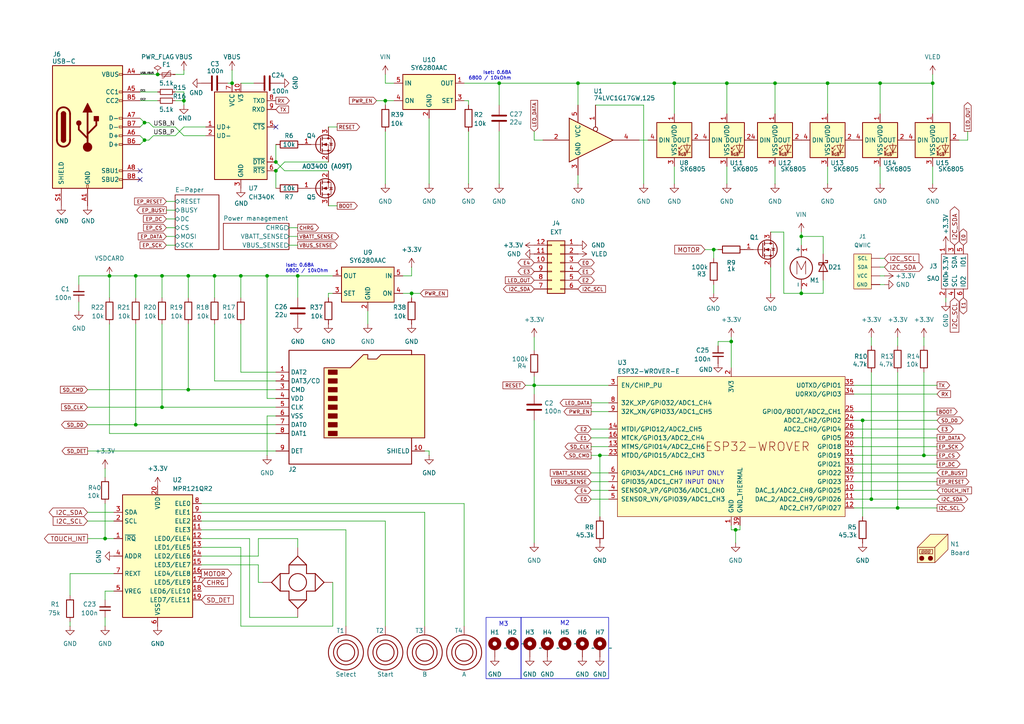
<source format=kicad_sch>
(kicad_sch (version 20231120) (generator "eeschema") (generator_version "8.0")
  (paper "A4")
  (title_block (title "TSJA badge") (date "2024-12-06") (rev "1.0") (company "Nicolai Electronics") (comment 1 "License: CERN Open Hardware Licence Version 2 - Permissive"))
  (junction (at 154.94 111.76))
  (junction (at 53.34 29.21))
  (junction (at 240.03 24.13))
  (junction (at 232.41 85.09))
  (junction (at 62.23 80.01))
  (junction (at 41.91 35.56))
  (junction (at 119.38 85.09))
  (junction (at 39.37 123.19))
  (junction (at 213.36 153.67))
  (junction (at 77.47 80.01))
  (junction (at 167.64 24.13))
  (junction (at 31.75 80.01))
  (junction (at 54.61 113.03))
  (junction (at 267.97 132.08))
  (junction (at 30.48 156.21))
  (junction (at 210.82 24.13))
  (junction (at 255.27 24.13))
  (junction (at 54.61 80.01))
  (junction (at 111.76 29.21))
  (junction (at 173.99 132.08))
  (junction (at 45.72 21.59))
  (junction (at 67.31 24.13))
  (junction (at 224.79 24.13))
  (junction (at 250.19 121.92))
  (junction (at 80.01 49.53))
  (junction (at 86.36 80.01))
  (junction (at 46.99 118.11))
  (junction (at 270.51 24.13))
  (junction (at 41.91 40.64))
  (junction (at 252.73 144.78))
  (junction (at 69.85 80.01))
  (junction (at 212.09 99.06))
  (junction (at 144.78 24.13))
  (junction (at 207.01 72.39))
  (junction (at 260.35 147.32))
  (junction (at 195.58 24.13))
  (junction (at 39.37 80.01))
  (junction (at 46.99 80.01))
  (junction (at 80.01 46.99))
  (junction (at 232.41 68.58))
  (no_connect (at 80.01 36.83))
  (no_connect (at 40.64 52.07))
  (no_connect (at 40.64 49.53))
  (wire (pts (xy 50.8 29.21) (xy 53.34 29.21)))
  (wire (pts (xy 154.94 38.1) (xy 154.94 40.64)))
  (wire (pts (xy 58.42 156.21) (xy 72.39 156.21)))
  (wire (pts (xy 62.23 110.49) (xy 80.01 110.49)))
  (wire (pts (xy 72.39 179.07) (xy 86.36 179.07)))
  (wire (pts (xy 171.45 119.38) (xy 176.53 119.38)))
  (wire (pts (xy 80.01 49.53) (xy 80.01 54.61)))
  (wire (pts (xy 212.09 99.06) (xy 212.09 106.68)))
  (wire (pts (xy 31.75 93.98) (xy 31.75 125.73)))
  (wire (pts (xy 72.39 156.21) (xy 72.39 179.07)))
  (wire (pts (xy 213.36 153.67) (xy 214.63 153.67)))
  (wire (pts (xy 53.34 29.21) (xy 53.34 26.67)))
  (wire (pts (xy 30.48 171.45) (xy 33.02 171.45)))
  (wire (pts (xy 247.65 127) (xy 271.78 127)))
  (wire (pts (xy 54.61 80.01) (xy 54.61 86.36)))
  (wire (pts (xy 260.35 100.33) (xy 260.35 97.79)))
  (wire (pts (xy 83.82 68.58) (xy 86.36 68.58)))
  (wire (pts (xy 260.35 107.95) (xy 260.35 147.32)))
  (wire (pts (xy 48.26 66.04) (xy 50.8 66.04)))
  (wire (pts (xy 208.28 99.06) (xy 208.28 100.33)))
  (wire (pts (xy 204.47 72.39) (xy 207.01 72.39)))
  (wire (pts (xy 82.55 46.99) (xy 95.25 46.99)))
  (wire (pts (xy 74.93 168.91) (xy 76.2 168.91)))
  (wire (pts (xy 214.63 152.4) (xy 214.63 153.67)))
  (wire (pts (xy 171.45 129.54) (xy 176.53 129.54)))
  (wire (pts (xy 44.45 39.37) (xy 43.18 40.64)))
  (wire (pts (xy 46.99 118.11) (xy 80.01 118.11)))
  (wire (pts (xy 106.68 93.98) (xy 106.68 90.17)))
  (wire (pts (xy 247.65 147.32) (xy 260.35 147.32)))
  (wire (pts (xy 59.69 36.83) (xy 53.34 36.83)))
  (wire (pts (xy 25.4 130.81) (xy 80.01 130.81)))
  (wire (pts (xy 154.94 111.76) (xy 176.53 111.76)))
  (wire (pts (xy 172.72 30.48) (xy 186.69 30.48)))
  (wire (pts (xy 171.45 127) (xy 176.53 127)))
  (wire (pts (xy 144.78 30.48) (xy 144.78 24.13)))
  (wire (pts (xy 152.4 111.76) (xy 154.94 111.76)))
  (wire (pts (xy 22.86 80.01) (xy 31.75 80.01)))
  (wire (pts (xy 66.04 24.13) (xy 67.31 24.13)))
  (wire (pts (xy 213.36 157.48) (xy 213.36 153.67)))
  (wire (pts (xy 207.01 85.09) (xy 207.01 82.55)))
  (wire (pts (xy 111.76 24.13) (xy 111.76 21.59)))
  (wire (pts (xy 119.38 80.01) (xy 119.38 77.47)))
  (wire (pts (xy 247.65 144.78) (xy 252.73 144.78)))
  (wire (pts (xy 54.61 93.98) (xy 54.61 113.03)))
  (wire (pts (xy 252.73 100.33) (xy 252.73 97.79)))
  (wire (pts (xy 69.85 158.75) (xy 69.85 181.61)))
  (wire (pts (xy 44.45 36.83) (xy 43.18 35.56)))
  (wire (pts (xy 53.34 21.59) (xy 50.8 21.59)))
  (wire (pts (xy 195.58 24.13) (xy 195.58 33.02)))
  (wire (pts (xy 25.4 123.19) (xy 39.37 123.19)))
  (wire (pts (xy 114.3 29.21) (xy 111.76 29.21)))
  (wire (pts (xy 54.61 80.01) (xy 62.23 80.01)))
  (wire (pts (xy 62.23 93.98) (xy 62.23 110.49)))
  (wire (pts (xy 46.99 80.01) (xy 54.61 80.01)))
  (wire (pts (xy 58.42 161.29) (xy 74.93 161.29)))
  (wire (pts (xy 31.75 80.01) (xy 31.75 86.36)))
  (wire (pts (xy 154.94 40.64) (xy 157.48 40.64)))
  (wire (pts (xy 247.65 137.16) (xy 271.78 137.16)))
  (wire (pts (xy 171.45 132.08) (xy 173.99 132.08)))
  (wire (pts (xy 280.67 38.1) (xy 280.67 40.64)))
  (wire (pts (xy 154.94 111.76) (xy 154.94 114.3)))
  (wire (pts (xy 80.01 46.99) (xy 80.01 41.91)))
  (wire (pts (xy 40.64 29.21) (xy 45.72 29.21)))
  (wire (pts (xy 48.26 71.12) (xy 50.8 71.12)))
  (wire (pts (xy 82.55 49.53) (xy 95.25 49.53)))
  (wire (pts (xy 62.23 80.01) (xy 62.23 86.36)))
  (wire (pts (xy 232.41 85.09) (xy 227.33 85.09)))
  (wire (pts (xy 250.19 121.92) (xy 250.19 149.86)))
  (wire (pts (xy 53.34 29.21) (xy 53.34 30.48)))
  (wire (pts (xy 238.76 73.66) (xy 238.76 68.58)))
  (wire (pts (xy 58.42 158.75) (xy 69.85 158.75)))
  (wire (pts (xy 238.76 85.09) (xy 238.76 81.28)))
  (wire (pts (xy 227.33 67.31) (xy 223.52 67.31)))
  (wire (pts (xy 20.32 166.37) (xy 20.32 172.72)))
  (wire (pts (xy 173.99 132.08) (xy 176.53 132.08)))
  (wire (pts (xy 74.93 163.83) (xy 74.93 168.91)))
  (wire (pts (xy 58.42 146.05) (xy 134.62 146.05)))
  (wire (pts (xy 135.89 38.1) (xy 135.89 53.34)))
  (wire (pts (xy 77.47 80.01) (xy 77.47 115.57)))
  (wire (pts (xy 96.52 85.09) (xy 95.25 85.09)))
  (wire (pts (xy 20.32 180.34) (xy 20.32 181.61)))
  (wire (pts (xy 240.03 24.13) (xy 240.03 33.02)))
  (wire (pts (xy 77.47 80.01) (xy 86.36 80.01)))
  (wire (pts (xy 96.52 168.91) (xy 96.52 181.61)))
  (wire (pts (xy 119.38 85.09) (xy 121.92 85.09)))
  (wire (pts (xy 40.64 21.59) (xy 45.72 21.59)))
  (wire (pts (xy 195.58 24.13) (xy 210.82 24.13)))
  (wire (pts (xy 95.25 85.09) (xy 95.25 86.36)))
  (wire (pts (xy 39.37 123.19) (xy 80.01 123.19)))
  (wire (pts (xy 213.36 153.67) (xy 212.09 153.67)))
  (wire (pts (xy 238.76 68.58) (xy 232.41 68.58)))
  (wire (pts (xy 22.86 90.17) (xy 22.86 87.63)))
  (wire (pts (xy 39.37 80.01) (xy 46.99 80.01)))
  (wire (pts (xy 111.76 29.21) (xy 109.22 29.21)))
  (wire (pts (xy 25.4 113.03) (xy 54.61 113.03)))
  (wire (pts (xy 171.45 142.24) (xy 176.53 142.24)))
  (wire (pts (xy 134.62 146.05) (xy 134.62 181.61)))
  (wire (pts (xy 77.47 115.57) (xy 80.01 115.57)))
  (wire (pts (xy 171.45 139.7) (xy 176.53 139.7)))
  (wire (pts (xy 40.64 26.67) (xy 45.72 26.67)))
  (wire (pts (xy 195.58 53.34) (xy 195.58 48.26)))
  (wire (pts (xy 171.45 144.78) (xy 176.53 144.78)))
  (wire (pts (xy 53.34 36.83) (xy 50.8 39.37)))
  (wire (pts (xy 83.82 66.04) (xy 86.36 66.04)))
  (wire (pts (xy 217.17 40.64) (xy 218.44 40.64)))
  (wire (pts (xy 247.65 142.24) (xy 271.78 142.24)))
  (wire (pts (xy 83.82 71.12) (xy 86.36 71.12)))
  (wire (pts (xy 270.51 24.13) (xy 270.51 33.02)))
  (wire (pts (xy 224.79 24.13) (xy 240.03 24.13)))
  (wire (pts (xy 22.86 80.01) (xy 22.86 82.55)))
  (wire (pts (xy 69.85 80.01) (xy 77.47 80.01)))
  (wire (pts (xy 167.64 24.13) (xy 167.64 30.48)))
  (wire (pts (xy 69.85 24.13) (xy 73.66 24.13)))
  (wire (pts (xy 48.26 60.96) (xy 50.8 60.96)))
  (wire (pts (xy 240.03 24.13) (xy 255.27 24.13)))
  (wire (pts (xy 30.48 156.21) (xy 33.02 156.21)))
  (wire (pts (xy 97.79 36.83) (xy 95.25 36.83)))
  (wire (pts (xy 30.48 171.45) (xy 30.48 173.99)))
  (wire (pts (xy 96.52 80.01) (xy 86.36 80.01)))
  (wire (pts (xy 227.33 85.09) (xy 227.33 67.31)))
  (wire (pts (xy 30.48 179.07) (xy 30.48 181.61)))
  (wire (pts (xy 171.45 137.16) (xy 176.53 137.16)))
  (wire (pts (xy 267.97 132.08) (xy 271.78 132.08)))
  (wire (pts (xy 135.89 29.21) (xy 135.89 30.48)))
  (wire (pts (xy 256.54 82.55) (xy 255.27 82.55)))
  (wire (pts (xy 25.4 148.59) (xy 33.02 148.59)))
  (wire (pts (xy 30.48 135.89) (xy 30.48 138.43)))
  (wire (pts (xy 240.03 53.34) (xy 240.03 48.26)))
  (wire (pts (xy 207.01 72.39) (xy 207.01 74.93)))
  (wire (pts (xy 41.91 40.64) (xy 40.64 39.37)))
  (wire (pts (xy 59.69 39.37) (xy 53.34 39.37)))
  (wire (pts (xy 154.94 121.92) (xy 154.94 157.48)))
  (wire (pts (xy 31.75 125.73) (xy 80.01 125.73)))
  (wire (pts (xy 97.79 59.69) (xy 95.25 59.69)))
  (wire (pts (xy 167.64 24.13) (xy 195.58 24.13)))
  (wire (pts (xy 212.09 97.79) (xy 212.09 99.06)))
  (wire (pts (xy 58.42 148.59) (xy 123.19 148.59)))
  (wire (pts (xy 247.65 134.62) (xy 271.78 134.62)))
  (wire (pts (xy 171.45 124.46) (xy 176.53 124.46)))
  (wire (pts (xy 48.26 68.58) (xy 50.8 68.58)))
  (wire (pts (xy 31.75 80.01) (xy 39.37 80.01)))
  (wire (pts (xy 232.41 68.58) (xy 232.41 71.12)))
  (wire (pts (xy 124.46 34.29) (xy 124.46 53.34)))
  (wire (pts (xy 48.26 63.5) (xy 50.8 63.5)))
  (wire (pts (xy 252.73 107.95) (xy 252.73 144.78)))
  (wire (pts (xy 210.82 53.34) (xy 210.82 48.26)))
  (wire (pts (xy 77.47 120.65) (xy 77.47 132.08)))
  (wire (pts (xy 267.97 97.79) (xy 267.97 100.33)))
  (wire (pts (xy 247.65 121.92) (xy 250.19 121.92)))
  (wire (pts (xy 62.23 80.01) (xy 69.85 80.01)))
  (wire (pts (xy 255.27 74.93) (xy 256.54 74.93)))
  (wire (pts (xy 210.82 24.13) (xy 224.79 24.13)))
  (wire (pts (xy 208.28 99.06) (xy 212.09 99.06)))
  (wire (pts (xy 255.27 53.34) (xy 255.27 48.26)))
  (wire (pts (xy 111.76 151.13) (xy 111.76 181.61)))
  (wire (pts (xy 232.41 83.82) (xy 232.41 85.09)))
  (wire (pts (xy 271.78 124.46) (xy 247.65 124.46)))
  (wire (pts (xy 41.91 35.56) (xy 40.64 34.29)))
  (wire (pts (xy 171.45 116.84) (xy 176.53 116.84)))
  (wire (pts (xy 124.46 130.81) (xy 124.46 132.08)))
  (wire (pts (xy 116.84 80.01) (xy 119.38 80.01)))
  (wire (pts (xy 86.36 156.21) (xy 86.36 158.75)))
  (wire (pts (xy 100.33 153.67) (xy 100.33 181.61)))
  (wire (pts (xy 232.41 67.31) (xy 232.41 68.58)))
  (wire (pts (xy 41.91 40.64) (xy 43.18 40.64)))
  (wire (pts (xy 224.79 53.34) (xy 224.79 48.26)))
  (wire (pts (xy 123.19 148.59) (xy 123.19 181.61)))
  (wire (pts (xy 25.4 156.21) (xy 30.48 156.21)))
  (wire (pts (xy 43.18 35.56) (xy 41.91 35.56)))
  (wire (pts (xy 69.85 93.98) (xy 69.85 107.95)))
  (wire (pts (xy 69.85 181.61) (xy 96.52 181.61)))
  (wire (pts (xy 252.73 144.78) (xy 271.78 144.78)))
  (wire (pts (xy 58.42 163.83) (xy 74.93 163.83)))
  (wire (pts (xy 271.78 111.76) (xy 247.65 111.76)))
  (wire (pts (xy 224.79 24.13) (xy 224.79 33.02)))
  (wire (pts (xy 69.85 80.01) (xy 69.85 86.36)))
  (wire (pts (xy 186.69 30.48) (xy 186.69 53.34)))
  (wire (pts (xy 80.01 46.99) (xy 82.55 49.53)))
  (wire (pts (xy 144.78 24.13) (xy 167.64 24.13)))
  (wire (pts (xy 247.65 129.54) (xy 271.78 129.54)))
  (wire (pts (xy 53.34 26.67) (xy 50.8 26.67)))
  (wire (pts (xy 232.41 85.09) (xy 238.76 85.09)))
  (wire (pts (xy 154.94 97.79) (xy 154.94 101.6)))
  (wire (pts (xy 69.85 107.95) (xy 80.01 107.95)))
  (wire (pts (xy 53.34 20.32) (xy 53.34 21.59)))
  (wire (pts (xy 20.32 166.37) (xy 33.02 166.37)))
  (wire (pts (xy 144.78 38.1) (xy 144.78 53.34)))
  (wire (pts (xy 50.8 39.37) (xy 44.45 39.37)))
  (wire (pts (xy 41.91 40.64) (xy 40.64 41.91)))
  (wire (pts (xy 274.32 86.36) (xy 274.32 87.63)))
  (wire (pts (xy 77.47 120.65) (xy 80.01 120.65)))
  (wire (pts (xy 111.76 38.1) (xy 111.76 53.34)))
  (wire (pts (xy 114.3 24.13) (xy 111.76 24.13)))
  (wire (pts (xy 247.65 139.7) (xy 271.78 139.7)))
  (wire (pts (xy 123.19 130.81) (xy 124.46 130.81)))
  (wire (pts (xy 44.45 36.83) (xy 50.8 36.83)))
  (wire (pts (xy 270.51 21.59) (xy 270.51 24.13)))
  (wire (pts (xy 247.65 119.38) (xy 271.78 119.38)))
  (wire (pts (xy 25.4 151.13) (xy 33.02 151.13)))
  (wire (pts (xy 74.93 156.21) (xy 74.93 161.29)))
  (wire (pts (xy 134.62 24.13) (xy 144.78 24.13)))
  (wire (pts (xy 250.19 121.92) (xy 271.78 121.92)))
  (wire (pts (xy 39.37 93.98) (xy 39.37 123.19)))
  (wire (pts (xy 25.4 118.11) (xy 46.99 118.11)))
  (wire (pts (xy 271.78 114.3) (xy 247.65 114.3)))
  (wire (pts (xy 267.97 107.95) (xy 267.97 132.08)))
  (wire (pts (xy 185.42 40.64) (xy 187.96 40.64)))
  (wire (pts (xy 74.93 156.21) (xy 86.36 156.21)))
  (wire (pts (xy 58.42 153.67) (xy 100.33 153.67)))
  (wire (pts (xy 46.99 80.01) (xy 46.99 86.36)))
  (wire (pts (xy 67.31 20.32) (xy 67.31 24.13)))
  (wire (pts (xy 247.65 132.08) (xy 267.97 132.08)))
  (wire (pts (xy 50.8 36.83) (xy 53.34 39.37)))
  (wire (pts (xy 154.94 109.22) (xy 154.94 111.76)))
  (wire (pts (xy 223.52 77.47) (xy 223.52 85.09)))
  (wire (pts (xy 111.76 30.48) (xy 111.76 29.21)))
  (wire (pts (xy 255.27 80.01) (xy 256.54 80.01)))
  (wire (pts (xy 256.54 77.47) (xy 255.27 77.47)))
  (wire (pts (xy 39.37 80.01) (xy 39.37 86.36)))
  (wire (pts (xy 278.13 40.64) (xy 280.67 40.64)))
  (wire (pts (xy 41.91 35.56) (xy 40.64 36.83)))
  (wire (pts (xy 210.82 24.13) (xy 210.82 33.02)))
  (wire (pts (xy 255.27 24.13) (xy 255.27 33.02)))
  (wire (pts (xy 173.99 132.08) (xy 173.99 149.86)))
  (wire (pts (xy 58.42 151.13) (xy 111.76 151.13)))
  (wire (pts (xy 80.01 49.53) (xy 82.55 46.99)))
  (wire (pts (xy 260.35 147.32) (xy 271.78 147.32)))
  (wire (pts (xy 167.64 53.34) (xy 167.64 50.8)))
  (wire (pts (xy 48.26 58.42) (xy 50.8 58.42)))
  (wire (pts (xy 255.27 24.13) (xy 270.51 24.13)))
  (wire (pts (xy 212.09 153.67) (xy 212.09 152.4)))
  (wire (pts (xy 134.62 29.21) (xy 135.89 29.21)))
  (wire (pts (xy 54.61 113.03) (xy 80.01 113.03)))
  (wire (pts (xy 86.36 86.36) (xy 86.36 80.01)))
  (wire (pts (xy 119.38 86.36) (xy 119.38 85.09)))
  (wire (pts (xy 46.99 93.98) (xy 46.99 118.11)))
  (wire (pts (xy 30.48 146.05) (xy 30.48 156.21)))
  (wire (pts (xy 116.84 85.09) (xy 119.38 85.09)))
  (wire (pts (xy 207.01 72.39) (xy 208.28 72.39)))
  (wire (pts (xy 270.51 53.34) (xy 270.51 48.26)))
  (rectangle (start 151.13 179.07) (end 176.53 196.85))
  (rectangle (start 140.97 179.07) (end 151.13 196.85))
  (text "Iset: 0.68A\n6800 / 10kOhm" (at 82.804 79.248 0) (effects (font (size 0.9906 0.9906)) (justify left bottom)))
  (text "M3" (at 146.05 181.102 0) (effects (font (size 1.27 1.27))))
  (text "M2" (at 163.83 180.848 0) (effects (font (size 1.27 1.27))))
  (text "Iset: 0.68A\n6800 / 10kOhm" (at 148.336 23.368 0) (effects (font (size 0.9906 0.9906)) (justify right bottom)))
  (text "INPUT ONLY" (at 198.628 137.414 0) (effects (font (size 1.27 1.27)) (justify left)))
  (text "INPUT ONLY" (at 198.628 139.954 0) (effects (font (size 1.27 1.27)) (justify left)))
  (label "CC1" (at 40.64 26.67 0) (effects (font (size 0.508 0.508))))
  (label "USB_P" (at 44.45 39.37 0))
  (label "USB_N" (at 44.45 36.83 0))
  (label "CC2" (at 40.64 29.21 0) (effects (font (size 0.508 0.508))))
  (label "USB_VBUS" (at 40.64 21.59 0) (effects (font (size 0.508 0.508))))
  (global_label "E4" (shape bidirectional) (at 171.45 142.24 180) (effects (font (size 1.016 1.016))) (property "Intersheetrefs" "${INTERSHEET_REFS}" (effects (hide yes))))
  (global_label "RESET" (shape input) (at 152.4 111.76 180) (effects (font (size 1.016 1.016))) (property "Intersheetrefs" "${INTERSHEET_REFS}" (effects (hide yes))))
  (global_label "E2" (shape bidirectional) (at 167.64 81.28 0) (effects (font (size 1.016 1.016))) (property "Intersheetrefs" "${INTERSHEET_REFS}" (effects (hide yes))))
  (global_label "EP_DC" (shape output) (at 271.78 134.62 0) (effects (font (size 1.016 1.016))) (property "Intersheetrefs" "${INTERSHEET_REFS}" (effects (hide yes))))
  (global_label "I2C_SDA" (shape bidirectional) (at 154.94 83.82 180) (effects (font (size 1.016 1.016))) (property "Intersheetrefs" "${INTERSHEET_REFS}" (effects (hide yes))))
  (global_label "BOOT" (shape output) (at 97.79 59.69 0) (effects (font (size 1.016 1.016))) (property "Intersheetrefs" "${INTERSHEET_REFS}" (effects (hide yes))))
  (global_label "MOTOR" (shape input) (at 204.47 72.39 180) (property "Intersheetrefs" "${INTERSHEET_REFS}" (effects (hide yes))))
  (global_label "EP_BUSY" (shape input) (at 271.78 137.16 0) (effects (font (size 1.016 1.016))) (property "Intersheetrefs" "${INTERSHEET_REFS}" (effects (hide yes))))
  (global_label "SD_CLK" (shape output) (at 171.45 129.54 180) (effects (font (size 1.016 1.016))) (property "Intersheetrefs" "${INTERSHEET_REFS}" (effects (hide yes))))
  (global_label "SD_DET" (shape output) (at 25.4 130.81 180) (effects (font (size 1.016 1.016))) (property "Intersheetrefs" "${INTERSHEET_REFS}" (effects (hide yes))))
  (global_label "SD_DET" (shape input) (at 58.42 173.99 0) (property "Intersheetrefs" "${INTERSHEET_REFS}" (effects (hide yes))))
  (global_label "PWR_EN" (shape input) (at 121.92 85.09 0) (effects (font (size 1.016 1.016))) (property "Intersheetrefs" "${INTERSHEET_REFS}" (effects (hide yes))))
  (global_label "E0" (shape bidirectional) (at 167.64 76.2 0) (effects (font (size 1.016 1.016))) (property "Intersheetrefs" "${INTERSHEET_REFS}" (effects (hide yes))))
  (global_label "EP_RESET" (shape input) (at 48.26 58.42 180) (effects (font (size 1.016 1.016))) (property "Intersheetrefs" "${INTERSHEET_REFS}" (effects (hide yes))))
  (global_label "EP_SCK" (shape input) (at 48.26 71.12 180) (effects (font (size 1.016 1.016))) (property "Intersheetrefs" "${INTERSHEET_REFS}" (effects (hide yes))))
  (global_label "I2C_SCL" (shape input) (at 25.4 151.13 180) (property "Intersheetrefs" "${INTERSHEET_REFS}" (effects (hide yes))))
  (global_label "PWR_EN" (shape input) (at 109.22 29.21 180) (effects (font (size 1.016 1.016))) (property "Intersheetrefs" "${INTERSHEET_REFS}" (effects (hide yes))))
  (global_label "VBATT_SENSE" (shape output) (at 86.36 68.58 0) (effects (font (size 1.016 1.016))) (property "Intersheetrefs" "${INTERSHEET_REFS}" (effects (hide yes))))
  (global_label "TOUCH_INT" (shape input) (at 271.78 142.24 0) (effects (font (size 1.016 1.016))) (property "Intersheetrefs" "${INTERSHEET_REFS}" (effects (hide yes))))
  (global_label "E1" (shape bidirectional) (at 279.4 86.36 270) (effects (font (size 1.016 1.016))) (property "Intersheetrefs" "${INTERSHEET_REFS}" (effects (hide yes))))
  (global_label "RX" (shape output) (at 80.01 29.21 0) (effects (font (size 1.016 1.016))) (property "Intersheetrefs" "${INTERSHEET_REFS}" (effects (hide yes))))
  (global_label "VBATT_SENSE" (shape input) (at 171.45 137.16 180) (effects (font (size 1.016 1.016))) (property "Intersheetrefs" "${INTERSHEET_REFS}" (effects (hide yes))))
  (global_label "SD_D0" (shape bidirectional) (at 271.78 121.92 0) (effects (font (size 1.016 1.016))) (property "Intersheetrefs" "${INTERSHEET_REFS}" (effects (hide yes))))
  (global_label "E3" (shape bidirectional) (at 154.94 78.74 180) (effects (font (size 1.016 1.016))) (property "Intersheetrefs" "${INTERSHEET_REFS}" (effects (hide yes))))
  (global_label "I2C_SCL" (shape input) (at 276.86 86.36 270) (property "Intersheetrefs" "${INTERSHEET_REFS}" (effects (hide yes))))
  (global_label "EP_SCK" (shape output) (at 271.78 129.54 0) (effects (font (size 1.016 1.016))) (property "Intersheetrefs" "${INTERSHEET_REFS}" (effects (hide yes))))
  (global_label "I2C_SDA" (shape bidirectional) (at 256.54 77.47 0) (property "Intersheetrefs" "${INTERSHEET_REFS}" (effects (hide yes))))
  (global_label "LED_OUT" (shape output) (at 280.67 38.1 90) (effects (font (size 1.016 1.016))) (property "Intersheetrefs" "${INTERSHEET_REFS}" (effects (hide yes))))
  (global_label "SD_CLK" (shape input) (at 25.4 118.11 180) (effects (font (size 1.016 1.016))) (property "Intersheetrefs" "${INTERSHEET_REFS}" (effects (hide yes))))
  (global_label "BOOT" (shape output) (at 271.78 119.38 0) (effects (font (size 1.016 1.016))) (property "Intersheetrefs" "${INTERSHEET_REFS}" (effects (hide yes))))
  (global_label "I2C_SCL" (shape input) (at 167.64 83.82 0) (effects (font (size 1.016 1.016))) (property "Intersheetrefs" "${INTERSHEET_REFS}" (effects (hide yes))))
  (global_label "CHRG" (shape output) (at 86.36 66.04 0) (effects (font (size 1.016 1.016))) (property "Intersheetrefs" "${INTERSHEET_REFS}" (effects (hide yes))))
  (global_label "EP_CS" (shape output) (at 271.78 132.08 0) (effects (font (size 1.016 1.016))) (property "Intersheetrefs" "${INTERSHEET_REFS}" (effects (hide yes))))
  (global_label "TX" (shape input) (at 80.01 31.75 0) (effects (font (size 1.016 1.016))) (property "Intersheetrefs" "${INTERSHEET_REFS}" (effects (hide yes))))
  (global_label "EP_DATA" (shape output) (at 271.78 127 0) (effects (font (size 1.016 1.016))) (property "Intersheetrefs" "${INTERSHEET_REFS}" (effects (hide yes))))
  (global_label "I2C_SDA" (shape bidirectional) (at 25.4 148.59 180) (property "Intersheetrefs" "${INTERSHEET_REFS}" (effects (hide yes))))
  (global_label "VBUS_SENSE" (shape output) (at 86.36 71.12 0) (effects (font (size 1.016 1.016))) (property "Intersheetrefs" "${INTERSHEET_REFS}" (effects (hide yes))))
  (global_label "I2C_SCL" (shape input) (at 256.54 74.93 0) (property "Intersheetrefs" "${INTERSHEET_REFS}" (effects (hide yes))))
  (global_label "EP_DC" (shape input) (at 48.26 63.5 180) (effects (font (size 1.016 1.016))) (property "Intersheetrefs" "${INTERSHEET_REFS}" (effects (hide yes))))
  (global_label "I2C_SDA" (shape bidirectional) (at 271.78 144.78 0) (effects (font (size 1.016 1.016))) (property "Intersheetrefs" "${INTERSHEET_REFS}" (effects (hide yes))))
  (global_label "LED_DATA" (shape input) (at 154.94 38.1 90) (effects (font (size 1.016 1.016))) (property "Intersheetrefs" "${INTERSHEET_REFS}" (effects (hide yes))))
  (global_label "SD_CMD" (shape input) (at 25.4 113.03 180) (effects (font (size 1.016 1.016))) (property "Intersheetrefs" "${INTERSHEET_REFS}" (effects (hide yes))))
  (global_label "E3" (shape bidirectional) (at 271.78 124.46 0) (effects (font (size 1.016 1.016))) (property "Intersheetrefs" "${INTERSHEET_REFS}" (effects (hide yes))))
  (global_label "TX" (shape output) (at 271.78 111.76 0) (effects (font (size 1.016 1.016))) (property "Intersheetrefs" "${INTERSHEET_REFS}" (effects (hide yes))))
  (global_label "RX" (shape input) (at 271.78 114.3 0) (effects (font (size 1.016 1.016))) (property "Intersheetrefs" "${INTERSHEET_REFS}" (effects (hide yes))))
  (global_label "E4" (shape bidirectional) (at 154.94 76.2 180) (effects (font (size 1.016 1.016))) (property "Intersheetrefs" "${INTERSHEET_REFS}" (effects (hide yes))))
  (global_label "MOTOR" (shape output) (at 58.42 166.37 0) (property "Intersheetrefs" "${INTERSHEET_REFS}" (effects (hide yes))))
  (global_label "SD_CMD" (shape output) (at 171.45 132.08 180) (effects (font (size 1.016 1.016))) (property "Intersheetrefs" "${INTERSHEET_REFS}" (effects (hide yes))))
  (global_label "E0" (shape bidirectional) (at 279.4 71.12 90) (effects (font (size 1.016 1.016))) (property "Intersheetrefs" "${INTERSHEET_REFS}" (effects (hide yes))))
  (global_label "EP_CS" (shape input) (at 48.26 66.04 180) (effects (font (size 1.016 1.016))) (property "Intersheetrefs" "${INTERSHEET_REFS}" (effects (hide yes))))
  (global_label "I2C_SDA" (shape bidirectional) (at 276.86 71.12 90) (property "Intersheetrefs" "${INTERSHEET_REFS}" (effects (hide yes))))
  (global_label "TOUCH_INT" (shape output) (at 25.4 156.21 180) (property "Intersheetrefs" "${INTERSHEET_REFS}" (effects (hide yes))))
  (global_label "SD_D0" (shape bidirectional) (at 25.4 123.19 180) (effects (font (size 1.016 1.016))) (property "Intersheetrefs" "${INTERSHEET_REFS}" (effects (hide yes))))
  (global_label "CHRG" (shape input) (at 58.42 168.91 0) (property "Intersheetrefs" "${INTERSHEET_REFS}" (effects (hide yes))))
  (global_label "LED_OUT" (shape input) (at 154.94 81.28 180) (effects (font (size 1.016 1.016))) (property "Intersheetrefs" "${INTERSHEET_REFS}" (effects (hide yes))))
  (global_label "EP_DATA" (shape input) (at 48.26 68.58 180) (effects (font (size 1.016 1.016))) (property "Intersheetrefs" "${INTERSHEET_REFS}" (effects (hide yes))))
  (global_label "EP_RESET" (shape output) (at 271.78 139.7 0) (effects (font (size 1.016 1.016))) (property "Intersheetrefs" "${INTERSHEET_REFS}" (effects (hide yes))))
  (global_label "RESET" (shape output) (at 97.79 36.83 0) (effects (font (size 1.016 1.016))) (property "Intersheetrefs" "${INTERSHEET_REFS}" (effects (hide yes))))
  (global_label "VBUS_SENSE" (shape input) (at 171.45 139.7 180) (effects (font (size 1.016 1.016))) (property "Intersheetrefs" "${INTERSHEET_REFS}" (effects (hide yes))))
  (global_label "LED_DATA" (shape output) (at 171.45 116.84 180) (effects (font (size 1.016 1.016))) (property "Intersheetrefs" "${INTERSHEET_REFS}" (effects (hide yes))))
  (global_label "E1" (shape bidirectional) (at 167.64 78.74 0) (effects (font (size 1.016 1.016))) (property "Intersheetrefs" "${INTERSHEET_REFS}" (effects (hide yes))))
  (global_label "I2C_SCL" (shape output) (at 271.78 147.32 0) (effects (font (size 1.016 1.016))) (property "Intersheetrefs" "${INTERSHEET_REFS}" (effects (hide yes))))
  (global_label "E2" (shape bidirectional) (at 171.45 124.46 180) (effects (font (size 1.016 1.016))) (property "Intersheetrefs" "${INTERSHEET_REFS}" (effects (hide yes))))
  (global_label "E0" (shape bidirectional) (at 171.45 144.78 180) (effects (font (size 1.016 1.016))) (property "Intersheetrefs" "${INTERSHEET_REFS}" (effects (hide yes))))
  (global_label "PWR_EN" (shape output) (at 171.45 119.38 180) (effects (font (size 1.016 1.016))) (property "Intersheetrefs" "${INTERSHEET_REFS}" (effects (hide yes))))
  (global_label "EP_BUSY" (shape output) (at 48.26 60.96 180) (effects (font (size 1.016 1.016))) (property "Intersheetrefs" "${INTERSHEET_REFS}" (effects (hide yes))))
  (global_label "E1" (shape bidirectional) (at 171.45 127 180) (effects (font (size 1.016 1.016))) (property "Intersheetrefs" "${INTERSHEET_REFS}" (effects (hide yes))))
  (symbol (lib_id "symbols:USB_C_Receptacle_USB2.0-Connector") (at 25.4 36.83 0) (unit 1)
    (property "Reference" "J6" (at 16.51 15.748 0))
    (property "Value" "USB-C" (at 18.542 17.78 0))
    (property "Footprint" "library:USB_C_Receptacle_HRO_TYPE-C-31-M-12" (effects (hide yes)))
    (property "Datasheet" "https://datasheet.lcsc.com/lcsc/2108131730_Korean-Hroparts-Elec-TYPE-C-31-M-12_C165948.pdf" (effects (hide yes)))
    (property "LCSC" "C165948" (effects (hide yes)))
  )
  (symbol (lib_id "symbols2:GND") (at 25.4 59.69 0) (unit 1)
    (property "Reference" "#PWR032" (effects (hide yes)))
    (property "Value" "GND" (at 25.527 64.0842 0))
    (property "Description" "Power symbol creates a global label with name \"GND\" , ground" (effects (hide yes)))
  )
  (symbol (lib_id "symbols:R_Small-Device") (at 48.26 29.21 270) (unit 1)
    (property "Reference" "R16" (at 52.07 27.94 90))
    (property "Value" "5.1k" (at 48.26 31.75 90))
    (property "Footprint" "Resistor_SMD:R_0402_1005Metric" (effects (hide yes)))
    (property "Datasheet" "https://datasheet.lcsc.com/lcsc/2308241947_FOJAN-FRC0805J512TS_C2930296.pdf" (effects (hide yes)))
  )
  (symbol (lib_id "symbols:R_Small-Device") (at 48.26 26.67 270) (unit 1)
    (property "Reference" "R15" (at 52.07 25.4 90))
    (property "Value" "5.1k" (at 48.26 24.13 90))
    (property "Footprint" "Resistor_SMD:R_0402_1005Metric" (effects (hide yes)))
    (property "Datasheet" "https://datasheet.lcsc.com/lcsc/2308241947_FOJAN-FRC0805J512TS_C2930296.pdf" (effects (hide yes)))
  )
  (symbol (lib_id "symbols2:GND") (at 53.34 30.48 0) (unit 1)
    (property "Reference" "#PWR022" (effects (hide yes)))
    (property "Value" "GND" (at 53.594 34.29 0))
    (property "Description" "Power symbol creates a global label with name \"GND\" , ground" (effects (hide yes)))
  )
  (symbol (lib_id "symbols2:GND") (at 17.78 59.69 0) (unit 1)
    (property "Reference" "#PWR033" (effects (hide yes)))
    (property "Value" "GND" (at 17.907 64.0842 0))
    (property "Description" "Power symbol creates a global label with name \"GND\" , ground" (effects (hide yes)))
  )
  (symbol (lib_id "symbols:Polyfuse_Small-Device") (at 48.26 21.59 270) (unit 1)
    (property "Reference" "F1" (at 48.26 18.7198 90))
    (property "Value" "1A" (effects (hide yes)))
    (property "Footprint" "library:Fuse_0805_2012Metric" (effects (hide yes)))
    (property "Datasheet" "https://datasheet.lcsc.com/lcsc/1810161745_Brightking-Elec--TAIWAN-SMD0805B110TF_C269107.pdf" (effects (hide yes)))
    (property "LCSC" "C269107" (effects (hide yes)))
  )
  (symbol (lib_id "power:+3.3V") (at 45.72 140.97 0) (unit 1)
    (property "Reference" "#PWR037" (effects (hide yes)))
    (property "Value" "+3.3V" (at 45.72 135.89 0))
    (property "Description" "Power symbol creates a global label with name \"+3.3V\"" (effects (hide yes)))
  )
  (symbol (lib_id "power:GND") (at 224.79 53.34 0) (unit 1)
    (property "Reference" "#PWR017" (effects (hide yes)))
    (property "Value" "GND" (at 224.79 58.42 0))
    (property "Description" "Power symbol creates a global label with name \"GND\" , ground" (effects (hide yes)))
  )
  (symbol (lib_id "power:GND") (at 143.51 190.5 0) (unit 1)
    (property "Reference" "#PWR01" (effects (hide yes)))
    (property "Value" "GND" (at 143.51 195.58 0))
    (property "Description" "Power symbol creates a global label with name \"GND\" , ground" (effects (hide yes)))
  )
  (symbol (lib_id "power:+3.3V") (at 167.64 73.66 270) (unit 1)
    (property "Reference" "#PWR0108" (effects (hide yes)))
    (property "Value" "VLED" (at 171.45 73.6599 90) (effects (justify left)))
  )
  (symbol (lib_id "mch2021-rescue:R-Device") (at 250.19 153.67 0) (unit 1)
    (property "Reference" "R5" (at 247.142 152.908 0))
    (property "Value" "45.3k" (at 245.872 155.194 0))
    (property "Footprint" "Resistor_SMD:R_0402_1005Metric" (effects (hide yes)))
    (property "Datasheet" "https://datasheet.lcsc.com/lcsc/2110260130_UNI-ROYAL-Uniroyal-Elec-0402WGF4532TCE_C26980.pdf" (effects (hide yes)))
    (property "LCSC" "C26980" (effects (hide yes)))
  )
  (symbol (lib_id "power:VBUS") (at 232.41 67.31 0) (unit 1)
    (property "Reference" "#PWR06" (effects (hide yes)))
    (property "Value" "VIN" (at 232.41 62.23 0))
  )
  (symbol (lib_id "power:+3.3V") (at 119.38 77.47 0) (unit 1)
    (property "Reference" "#PWR010" (effects (hide yes)))
    (property "Value" "+3.3V" (at 119.38 72.39 0))
    (property "Description" "Power symbol creates a global label with name \"+3.3V\"" (effects (hide yes)))
  )
  (symbol (lib_id "library:TOUCHSELECT") (at 134.62 189.23 270) (unit 1)
    (property "Reference" "T4" (at 131.826 183.642 90) (effects (justify left bottom)))
    (property "Value" "A" (at 134.62 195.58 90))
    (property "Footprint" "library:TOUCH_BUTTON" (effects (hide yes)))
  )
  (symbol (lib_id "Transistor_FET:DMN2050L") (at 92.71 41.91 0) (unit 1)
    (property "Reference" "Q4" (at 88.9 39.37 0) (effects (justify left)))
    (property "Value" "AO3400 (A09T)" (at 87.63 48.26 0) (effects (justify left)))
    (property "Footprint" "Package_TO_SOT_SMD:SOT-23" (effects (hide yes)))
    (property "Datasheet" "http://www.aosmd.com/pdfs/datasheet/ao3400.pdf" (effects (hide yes)))
    (property "LCSC" "C2938367" (effects (hide yes)))
  )
  (symbol (lib_id "symbols2:GND") (at 274.32 87.63 0) (unit 1)
    (property "Reference" "#PWR09" (effects (hide yes)))
    (property "Value" "GND" (at 274.32 92.964 90))
    (property "Description" "Power symbol creates a global label with name \"GND\" , ground" (effects (hide yes)))
  )
  (symbol (lib_id "mch2021-rescue:R-Device") (at 31.75 90.17 0) (unit 1)
    (property "Reference" "R22" (at 30.226 89.154 0) (effects (justify right)))
    (property "Value" "10k" (at 30.226 91.694 0) (effects (justify right)))
    (property "Footprint" "Resistor_SMD:R_0402_1005Metric" (effects (hide yes)))
  )
  (symbol (lib_id "symbols:R") (at 207.01 78.74 180) (unit 1)
    (property "Reference" "R3" (at 203.454 79.502 0))
    (property "Value" "100k" (at 202.946 77.47 0))
    (property "Footprint" "Resistor_SMD:R_0402_1005Metric" (effects (hide yes)))
    (property "Datasheet" "https://datasheet.lcsc.com/lcsc/2308241947_FOJAN-FRC0805J104-TS_C2907293.pdf" (effects (hide yes)))
  )
  (symbol (lib_id "power:+3.3V") (at 212.09 97.79 0) (unit 1)
    (property "Reference" "#PWR014" (effects (hide yes)))
    (property "Value" "+3.3V" (at 212.09 92.71 0))
    (property "Description" "Power symbol creates a global label with name \"+3.3V\"" (effects (hide yes)))
  )
  (symbol (lib_id "power:+3.3V") (at 267.97 97.79 0) (unit 1)
    (property "Reference" "#PWR034" (effects (hide yes)))
    (property "Value" "+3.3V" (at 267.97 92.71 0))
    (property "Description" "Power symbol creates a global label with name \"+3.3V\"" (effects (hide yes)))
  )
  (symbol (lib_id "power:GND") (at 208.28 105.41 0) (unit 1)
    (property "Reference" "#PWR039" (effects (hide yes)))
    (property "Value" "GND" (at 204.724 107.188 0))
    (property "Description" "Power symbol creates a global label with name \"GND\" , ground" (effects (hide yes)))
  )
  (symbol (lib_id "power:+3.3V") (at 154.94 97.79 0) (unit 1)
    (property "Reference" "#PWR036" (effects (hide yes)))
    (property "Value" "+3.3V" (at 154.94 92.71 0))
    (property "Description" "Power symbol creates a global label with name \"+3.3V\"" (effects (hide yes)))
  )
  (symbol (lib_id "power:GND") (at 168.91 190.5 0) (unit 1)
    (property "Reference" "#PWR023" (effects (hide yes)))
    (property "Value" "GND" (at 168.91 195.58 0))
    (property "Description" "Power symbol creates a global label with name \"GND\" , ground" (effects (hide yes)))
  )
  (symbol (lib_id "power:+3.3V") (at 270.51 21.59 0) (unit 1)
    (property "Reference" "#PWR0107" (effects (hide yes)))
    (property "Value" "VLED" (at 270.51 16.51 0))
  )
  (symbol (lib_id "symbols2:PWR_FLAG") (at 45.72 21.59 0) (mirror y) (unit 1)
    (property "Reference" "#FLG01" (effects (hide yes)))
    (property "Value" "PWR_FLAG" (at 45.72 16.51 0))
  )
  (symbol (lib_id "button_matrix:SK6805-EC20") (at 210.82 40.64 0) (unit 1)
    (property "Reference" "U11" (at 213.614 47.244 0))
    (property "Value" "SK6805" (at 216.154 49.022 0))
    (property "Footprint" "library:SK6805-EC20" (effects (hide yes)))
    (property "Datasheet" "https://datasheet.lcsc.com/lcsc/2108251530_OPSCO-Optoelectronics-SK6805-EC20_C2890036.pdf" (effects (hide yes)))
    (property "Description" "SK6805-EC2020" (effects (hide yes)))
    (property "LCSC" "C2890036" (effects (hide yes)))
  )
  (symbol (lib_id "power:GND") (at 186.69 53.34 0) (unit 1)
    (property "Reference" "#PWR024" (effects (hide yes)))
    (property "Value" "GND" (at 186.69 58.42 0))
    (property "Description" "Power symbol creates a global label with name \"GND\" , ground" (effects (hide yes)))
  )
  (symbol (lib_id "mch2021-rescue:GND-power") (at 69.85 54.61 0) (unit 1)
    (property "Reference" "#PWR043" (effects (hide yes)))
    (property "Value" "GND" (at 69.977 59.0042 0))
  )
  (symbol (lib_id "Mechanical:MountingHole_Pad") (at 168.91 187.96 0) (unit 1) (exclude_from_sim yes) (in_bom no)
    (property "Reference" "H6" (at 168.91 183.388 0))
    (property "Value" "~" (at 171.45 187.9599 0) (effects (justify left)))
    (property "Footprint" "MountingHole:MountingHole_2.7mm_M2.5_Pad_TopOnly" (effects (hide yes)))
    (property "Description" "Mounting Hole with connection" (effects (hide yes)))
  )
  (symbol (lib_id "power:GND") (at 167.64 71.12 90) (unit 1)
    (property "Reference" "#PWR086" (effects (hide yes)))
    (property "Value" "GND" (at 171.45 71.1199 90) (effects (justify right)))
    (property "Description" "Power symbol creates a global label with name \"GND\" , ground" (effects (hide yes)))
  )
  (symbol (lib_id "mch2021-rescue:R-Device") (at 173.99 153.67 0) (unit 1)
    (property "Reference" "R8" (at 170.942 152.908 0))
    (property "Value" "45.3k" (at 169.672 155.194 0))
    (property "Footprint" "Resistor_SMD:R_0402_1005Metric" (effects (hide yes)))
    (property "Datasheet" "https://datasheet.lcsc.com/lcsc/2110260130_UNI-ROYAL-Uniroyal-Elec-0402WGF4532TCE_C26980.pdf" (effects (hide yes)))
    (property "LCSC" "C26980" (effects (hide yes)))
  )
  (symbol (lib_id "mch2021-rescue:AAT4610BIGV-1-T1-Power_Management") (at 124.46 26.67 0) (unit 1)
    (property "Reference" "U10" (at 124.46 17.3482 0))
    (property "Value" "SY6280AAC" (at 124.46 19.6596 0))
    (property "Footprint" "Package_TO_SOT_SMD:SOT-23-5" (effects (hide yes)))
    (property "Datasheet" "https://datasheet.lcsc.com/lcsc/1810121532_Silergy-Corp-SY6280AAC_C55136.pdf" (effects (hide yes)))
    (property "LCSC" "C55136" (effects (hide yes)))
  )
  (symbol (lib_id "power:GND") (at 45.72 181.61 0) (unit 1)
    (property "Reference" "#PWR029" (effects (hide yes)))
    (property "Value" "GND" (at 45.72 186.69 0))
    (property "Description" "Power symbol creates a global label with name \"GND\" , ground" (effects (hide yes)))
  )
  (symbol (lib_id "symbols:Q_NMOS_GSD") (at 220.98 72.39 0) (unit 1)
    (property "Reference" "Q1" (at 217.424 68.834 0) (effects (justify left)))
    (property "Value" "AP2302B" (effects (hide yes)))
    (property "Footprint" "library:SOT-23" (effects (hide yes)))
    (property "Datasheet" "https://datasheet.lcsc.com/lcsc/1912111437_ALLPOWER-ShenZhen-Quan-Li-Semiconductor-AP2302B_C406812.pdf" (effects (hide yes)))
    (property "LCSC" "C406812" (effects (hide yes)))
  )
  (symbol (lib_id "power:GND") (at 20.32 181.61 0) (unit 1)
    (property "Reference" "#PWR027" (effects (hide yes)))
    (property "Value" "GND" (at 20.32 186.69 0))
    (property "Description" "Power symbol creates a global label with name \"GND\" , ground" (effects (hide yes)))
  )
  (symbol (lib_id "power:GND") (at 213.36 157.48 0) (unit 1)
    (property "Reference" "#PWR07" (effects (hide yes)))
    (property "Value" "GND" (at 213.36 162.56 0))
    (property "Description" "Power symbol creates a global label with name \"GND\" , ground" (effects (hide yes)))
  )
  (symbol (lib_id "Connector_Generic:Conn_02x06_Counter_Clockwise") (at 162.56 76.2 0) (mirror y) (unit 1)
    (property "Reference" "J4" (at 161.29 64.77 0))
    (property "Value" "EXT" (at 161.29 67.31 0))
    (property "Footprint" "library:EXPANSION" (effects (hide yes)))
  )
  (symbol (lib_id "mch2021-rescue:R-Device") (at 39.37 90.17 0) (unit 1)
    (property "Reference" "R21" (at 37.846 89.154 0) (effects (justify right)))
    (property "Value" "10k" (at 37.846 91.694 0) (effects (justify right)))
    (property "Footprint" "Resistor_SMD:R_0402_1005Metric" (effects (hide yes)))
  )
  (symbol (lib_id "power:GND") (at 119.38 93.98 0) (unit 1)
    (property "Reference" "#PWR0101" (effects (hide yes)))
    (property "Value" "GND" (at 119.38 99.06 0))
    (property "Description" "Power symbol creates a global label with name \"GND\" , ground" (effects (hide yes)))
  )
  (symbol (lib_id "mch2021-rescue:GND-power") (at 58.42 24.13 270) (mirror x) (unit 1)
    (property "Reference" "#PWR040" (effects (hide yes)))
    (property "Value" "GND" (at 56.896 26.924 90))
  )
  (symbol (lib_id "power:GND") (at 154.94 73.66 270) (unit 1)
    (property "Reference" "#PWR0106" (effects (hide yes)))
    (property "Value" "GND" (at 151.13 73.6599 90) (effects (justify right)))
    (property "Description" "Power symbol creates a global label with name \"GND\" , ground" (effects (hide yes)))
  )
  (symbol (lib_id "mch2021-rescue:R-Device") (at 260.35 104.14 0) (unit 1)
    (property "Reference" "R13" (at 257.302 103.378 0))
    (property "Value" "4.7k" (at 257.048 105.664 0))
    (property "Footprint" "Resistor_SMD:R_0402_1005Metric" (effects (hide yes)))
  )
  (symbol (lib_id "mch2021-rescue:GND-power") (at 81.28 24.13 90) (unit 1)
    (property "Reference" "#PWR042" (effects (hide yes)))
    (property "Value" "GND" (at 85.6742 24.003 0))
  )
  (symbol (lib_id "power:+3.3V") (at 274.32 71.12 0) (unit 1)
    (property "Reference" "#PWR080" (effects (hide yes)))
    (property "Value" "+3.3V" (at 274.32 65.024 90))
    (property "Description" "Power symbol creates a global label with name \"+3.3V\"" (effects (hide yes)))
  )
  (symbol (lib_id "Connector:Micro_SD_Card_Det1") (at 102.87 118.11 0) (unit 1)
    (property "Reference" "J2" (at 84.836 136.144 0))
    (property "Value" "Micro_SD_Card" (effects (hide yes)))
    (property "Footprint" "library:SD_Card-micro_socket_A" (effects (hide yes)))
    (property "Datasheet" "https://datasheet.lcsc.com/lcsc/2110151630_XKB-Connectivity-XKTF-015-N_C381082.pdf" (effects (hide yes)))
    (property "Description" "Micro SD Card Socket with one card detection pin" (effects (hide yes)))
    (property "LCSC" "C7529389" (effects (hide yes)))
  )
  (symbol (lib_id "mch2021-rescue:R-Device") (at 62.23 90.17 0) (unit 1)
    (property "Reference" "R18" (at 60.706 89.154 0) (effects (justify right)))
    (property "Value" "10k" (at 60.706 91.694 0) (effects (justify right)))
    (property "Footprint" "Resistor_SMD:R_0402_1005Metric" (effects (hide yes)))
  )
  (symbol (lib_id "mch2021-rescue:AAT4610BIGV-1-T1-Power_Management") (at 106.68 82.55 0) (mirror y) (unit 1)
    (property "Reference" "U9" (at 106.68 73.2282 0))
    (property "Value" "SY6280AAC" (at 106.68 75.5396 0))
    (property "Footprint" "Package_TO_SOT_SMD:SOT-23-5" (effects (hide yes)))
    (property "Datasheet" "https://datasheet.lcsc.com/lcsc/1810121532_Silergy-Corp-SY6280AAC_C55136.pdf" (effects (hide yes)))
    (property "LCSC" "C55136" (effects (hide yes)))
  )
  (symbol (lib_id "symbols2:GND") (at 256.54 82.55 90) (unit 1)
    (property "Reference" "#PWR04" (effects (hide yes)))
    (property "Value" "GND" (at 261.874 82.55 90))
    (property "Description" "Power symbol creates a global label with name \"GND\" , ground" (effects (hide yes)))
  )
  (symbol (lib_id "mch2021-rescue:R-Device") (at 111.76 34.29 0) (mirror y) (unit 1)
    (property "Reference" "R39" (at 113.284 33.274 0) (effects (justify right)))
    (property "Value" "10k" (at 113.284 35.814 0) (effects (justify right)))
    (property "Footprint" "Resistor_SMD:R_0402_1005Metric" (effects (hide yes)))
  )
  (symbol (lib_id "power:GND") (at 173.99 190.5 0) (unit 1)
    (property "Reference" "#PWR026" (effects (hide yes)))
    (property "Value" "GND" (at 173.99 195.58 0))
    (property "Description" "Power symbol creates a global label with name \"GND\" , ground" (effects (hide yes)))
  )
  (symbol (lib_id "power:GND") (at 154.94 157.48 0) (unit 1)
    (property "Reference" "#PWR038" (effects (hide yes)))
    (property "Value" "GND" (at 154.94 162.56 0))
    (property "Description" "Power symbol creates a global label with name \"GND\" , ground" (effects (hide yes)))
  )
  (symbol (lib_id "symbols:D_Schottky") (at 238.76 77.47 270) (unit 1)
    (property "Reference" "D21" (at 244.094 77.47 90) (effects (justify right)))
    (property "Value" "NSR0320MW2T1G" (effects (hide yes)))
    (property "Footprint" "library:D_SOD-323" (effects (hide yes)))
    (property "Datasheet" "https://datasheet.lcsc.com/lcsc/1806150330_onsemi-NSR0320MW2T1G_C48192.pdf" (effects (hide yes)))
    (property "LCSC" "C48192" (effects (hide yes)))
  )
  (symbol (lib_id "library:TOUCHSELECT") (at 111.76 189.23 270) (unit 1)
    (property "Reference" "T2" (at 108.966 183.642 90) (effects (justify left bottom)))
    (property "Value" "Start" (at 111.76 195.58 90))
    (property "Footprint" "library:TOUCH_SELECT" (effects (hide yes)))
  )
  (symbol (lib_id "Interface_USB:CH340K") (at 69.85 39.37 0) (unit 1)
    (property "Reference" "U7" (at 72.0441 54.61 0) (effects (justify left)))
    (property "Value" "CH340K" (at 72.0441 57.15 0) (effects (justify left)))
    (property "Footprint" "Package_SO:SSOP-10-1EP_3.9x4.9mm_P1mm_EP2.1x3.3mm" (effects (hide yes)))
    (property "Datasheet" "https://cdn.sparkfun.com/assets/5/0/a/8/5/CH340DS1.PDF" (effects (hide yes)))
    (property "Description" "USB serial converter, UART, SSOP-10" (effects (hide yes)))
    (property "LCSC" "C18208922" (effects (hide yes)))
  )
  (symbol (lib_id "Device:R") (at 83.82 41.91 270) (unit 1)
    (property "Reference" "R6" (at 83.82 39.37 90))
    (property "Value" "10k" (at 83.82 41.91 90))
    (property "Footprint" "Resistor_SMD:R_0402_1005Metric" (effects (hide yes)))
    (property "Datasheet" "https://datasheet.lcsc.com/lcsc/2304140030_YAGEO-RC0402FR-0710KL_C60490.pdf" (effects (hide yes)))
  )
  (symbol (lib_id "Transistor_FET:DMN2050L") (at 92.71 54.61 0) (mirror x) (unit 1)
    (property "Reference" "Q5" (at 88.9 57.15 0) (effects (justify left)))
    (property "Value" "AO3400 (A09T)" (at 87.63 48.26 0) (effects (justify left)))
    (property "Footprint" "Package_TO_SOT_SMD:SOT-23" (effects (hide yes)))
    (property "Datasheet" "http://www.aosmd.com/pdfs/datasheet/ao3400.pdf" (effects (hide yes)))
    (property "LCSC" "C2938367" (effects (hide yes)))
  )
  (symbol (lib_id "mch2021-rescue:R-Device") (at 30.48 142.24 0) (unit 1)
    (property "Reference" "R40" (at 27.432 141.478 0))
    (property "Value" "10k" (at 27.178 143.764 0))
    (property "Footprint" "Resistor_SMD:R_0402_1005Metric" (effects (hide yes)))
  )
  (symbol (lib_id "power:GND") (at 77.47 132.08 0) (unit 1)
    (property "Reference" "#PWR012" (effects (hide yes)))
    (property "Value" "GND" (at 77.47 137.16 0))
    (property "Description" "Power symbol creates a global label with name \"GND\" , ground" (effects (hide yes)))
  )
  (symbol (lib_id "power:GND") (at 158.75 190.5 0) (unit 1)
    (property "Reference" "#PWR019" (effects (hide yes)))
    (property "Value" "GND" (at 158.75 195.58 0))
    (property "Description" "Power symbol creates a global label with name \"GND\" , ground" (effects (hide yes)))
  )
  (symbol (lib_id "symbols:R") (at 212.09 72.39 270) (mirror x) (unit 1)
    (property "Reference" "R9" (at 212.09 76.2 90))
    (property "Value" "1k" (at 212.09 77.978 90))
    (property "Footprint" "Resistor_SMD:R_0402_1005Metric" (effects (hide yes)))
  )
  (symbol (lib_id "mch2021-rescue:R-Device") (at 252.73 104.14 0) (unit 1)
    (property "Reference" "R10" (at 249.682 103.378 0))
    (property "Value" "4.7k" (at 249.428 105.664 0))
    (property "Footprint" "Resistor_SMD:R_0402_1005Metric" (effects (hide yes)))
  )
  (symbol (lib_id "power:+3.3V") (at 252.73 97.79 0) (unit 1)
    (property "Reference" "#PWR08" (effects (hide yes)))
    (property "Value" "+3.3V" (at 252.73 92.71 0))
    (property "Description" "Power symbol creates a global label with name \"+3.3V\"" (effects (hide yes)))
  )
  (symbol (lib_id "mch2021-rescue:R-Device") (at 54.61 90.17 0) (unit 1)
    (property "Reference" "R19" (at 53.086 89.154 0) (effects (justify right)))
    (property "Value" "10k" (at 53.086 91.694 0) (effects (justify right)))
    (property "Footprint" "Resistor_SMD:R_0402_1005Metric" (effects (hide yes)))
  )
  (symbol (lib_id "power:+3.3V") (at 30.48 135.89 0) (unit 1)
    (property "Reference" "#PWR0113" (effects (hide yes)))
    (property "Value" "+3.3V" (at 30.48 130.81 0))
    (property "Description" "Power symbol creates a global label with name \"+3.3V\"" (effects (hide yes)))
  )
  (symbol (lib_id "power:GND") (at 95.25 93.98 0) (unit 1)
    (property "Reference" "#PWR0103" (effects (hide yes)))
    (property "Value" "GND" (at 95.25 99.06 0))
    (property "Description" "Power symbol creates a global label with name \"GND\" , ground" (effects (hide yes)))
  )
  (symbol (lib_id "mch2021-rescue:R-Device") (at 119.38 90.17 0) (unit 1)
    (property "Reference" "R38" (at 117.856 89.154 0) (effects (justify right)))
    (property "Value" "10k" (at 117.856 91.694 0) (effects (justify right)))
    (property "Footprint" "Resistor_SMD:R_0402_1005Metric" (effects (hide yes)))
  )
  (symbol (lib_id "symbols:C") (at 154.94 118.11 0) (unit 1)
    (property "Reference" "C2" (at 157.861 116.9416 0) (effects (justify left)))
    (property "Value" "100n" (at 157.861 119.253 0) (effects (justify left)))
    (property "Footprint" "Capacitor_SMD:C_0402_1005Metric" (effects (hide yes)))
    (property "Datasheet" "https://datasheet.lcsc.com/lcsc/2304140030_Samsung-Electro-Mechanics-CL05B104KB54PNC_C307331.pdf" (effects (hide yes)))
  )
  (symbol (lib_id "library:TOUCHSELECT") (at 123.19 189.23 270) (unit 1)
    (property "Reference" "T3" (at 120.396 183.642 90) (effects (justify left bottom)))
    (property "Value" "B" (at 123.19 195.58 90))
    (property "Footprint" "library:TOUCH_BUTTON" (effects (hide yes)))
  )
  (symbol (lib_id "power:GND") (at 173.99 157.48 0) (unit 1)
    (property "Reference" "#PWR031" (effects (hide yes)))
    (property "Value" "GND" (at 173.99 162.56 0))
    (property "Description" "Power symbol creates a global label with name \"GND\" , ground" (effects (hide yes)))
  )
  (symbol (lib_id "power:GND") (at 250.19 157.48 0) (unit 1)
    (property "Reference" "#PWR030" (effects (hide yes)))
    (property "Value" "GND" (at 250.19 162.56 0))
    (property "Description" "Power symbol creates a global label with name \"GND\" , ground" (effects (hide yes)))
  )
  (symbol (lib_id "power:GND") (at 255.27 53.34 0) (unit 1)
    (property "Reference" "#PWR0100" (effects (hide yes)))
    (property "Value" "GND" (at 255.27 58.42 0))
    (property "Description" "Power symbol creates a global label with name \"GND\" , ground" (effects (hide yes)))
  )
  (symbol (lib_id "vfd:C_Small") (at 22.86 85.09 0) (mirror x) (unit 1)
    (property "Reference" "C1" (at 20.32 83.8135 0) (effects (justify right)))
    (property "Value" "100n" (at 20.828 86.36 0) (effects (justify right)))
    (property "Footprint" "Capacitor_SMD:C_0402_1005Metric" (effects (hide yes)))
    (property "Datasheet" "https://datasheet.lcsc.com/lcsc/1912300933_TORCH-C0805B104K500NT_C476766.pdf" (effects (hide yes)))
  )
  (symbol (lib_id "mch2021-rescue:R-Device") (at 69.85 90.17 0) (unit 1)
    (property "Reference" "R17" (at 68.326 89.154 0) (effects (justify right)))
    (property "Value" "10k" (at 68.326 91.694 0) (effects (justify right)))
    (property "Footprint" "Resistor_SMD:R_0402_1005Metric" (effects (hide yes)))
  )
  (symbol (lib_id "symbols:R") (at 154.94 105.41 180) (unit 1)
    (property "Reference" "R4" (at 151.384 106.172 0))
    (property "Value" "100k" (at 150.876 104.14 0))
    (property "Footprint" "Resistor_SMD:R_0402_1005Metric" (effects (hide yes)))
    (property "Datasheet" "https://datasheet.lcsc.com/lcsc/2308241947_FOJAN-FRC0805J104-TS_C2907293.pdf" (effects (hide yes)))
  )
  (symbol (lib_id "power:GND") (at 124.46 53.34 0) (mirror y) (unit 1)
    (property "Reference" "#PWR095" (effects (hide yes)))
    (property "Value" "GND" (at 124.46 58.42 0))
    (property "Description" "Power symbol creates a global label with name \"GND\" , ground" (effects (hide yes)))
  )
  (symbol (lib_id "power:GND") (at 86.36 93.98 0) (unit 1)
    (property "Reference" "#PWR0104" (effects (hide yes)))
    (property "Value" "GND" (at 86.36 99.06 0))
    (property "Description" "Power symbol creates a global label with name \"GND\" , ground" (effects (hide yes)))
  )
  (symbol (lib_id "mch2021-rescue:R-Device") (at 95.25 90.17 0) (unit 1)
    (property "Reference" "R37" (at 93.726 89.154 0) (effects (justify right)))
    (property "Value" "10k" (at 93.726 91.694 0) (effects (justify right)))
    (property "Footprint" "Resistor_SMD:R_0402_1005Metric" (effects (hide yes)))
  )
  (symbol (lib_id "power:GND") (at 30.48 181.61 0) (unit 1)
    (property "Reference" "#PWR028" (effects (hide yes)))
    (property "Value" "GND" (at 30.48 186.69 0))
    (property "Description" "Power symbol creates a global label with name \"GND\" , ground" (effects (hide yes)))
  )
  (symbol (lib_id "library:TOUCH_CROSS") (at 86.36 168.91 0) (unit 1)
    (property "Reference" "T5" (effects (hide yes)))
    (property "Value" "Cross" (effects (hide yes)))
    (property "Footprint" "library:TOUCH_CROSS" (effects (hide yes)))
  )
  (symbol (lib_id "power:+3.3V") (at 154.94 71.12 90) (unit 1)
    (property "Reference" "#PWR0110" (effects (hide yes)))
    (property "Value" "+3.3V" (at 148.844 71.12 90))
    (property "Description" "Power symbol creates a global label with name \"+3.3V\"" (effects (hide yes)))
  )
  (symbol (lib_id "power:GND") (at 106.68 93.98 0) (unit 1)
    (property "Reference" "#PWR0102" (effects (hide yes)))
    (property "Value" "GND" (at 106.68 99.06 0))
    (property "Description" "Power symbol creates a global label with name \"GND\" , ground" (effects (hide yes)))
  )
  (symbol (lib_id "vfd:C_Small") (at 30.48 176.53 0) (mirror x) (unit 1)
    (property "Reference" "C23" (at 27.94 175.2535 0) (effects (justify right)))
    (property "Value" "100n" (at 28.448 177.8 0) (effects (justify right)))
    (property "Footprint" "Capacitor_SMD:C_0402_1005Metric" (effects (hide yes)))
    (property "Datasheet" "https://datasheet.lcsc.com/lcsc/1912300933_TORCH-C0805B104K500NT_C476766.pdf" (effects (hide yes)))
  )
  (symbol (lib_id "mch2021-rescue:C-Device") (at 77.47 24.13 90) (unit 1)
    (property "Reference" "C24" (at 82.55 21.844 90) (effects (justify left)))
    (property "Value" "100n" (at 83.82 26.416 90) (effects (justify left)))
    (property "Footprint" "Capacitor_SMD:C_0402_1005Metric" (effects (hide yes)))
    (property "Datasheet" "https://datasheet.lcsc.com/lcsc/2304140030_Samsung-Electro-Mechanics-CL05B104KB54PNC_C307331.pdf" (effects (hide yes)))
  )
  (symbol (lib_id "power:GND") (at 270.51 53.34 0) (unit 1)
    (property "Reference" "#PWR0105" (effects (hide yes)))
    (property "Value" "GND" (at 270.51 58.42 0))
    (property "Description" "Power symbol creates a global label with name \"GND\" , ground" (effects (hide yes)))
  )
  (symbol (lib_id "Device:R") (at 83.82 54.61 90) (unit 1)
    (property "Reference" "R7" (at 83.82 57.15 90))
    (property "Value" "10k" (at 83.82 54.61 90))
    (property "Footprint" "Resistor_SMD:R_0402_1005Metric" (effects (hide yes)))
    (property "Datasheet" "https://datasheet.lcsc.com/lcsc/2304140030_YAGEO-RC0402FR-0710KL_C60490.pdf" (effects (hide yes)))
  )
  (symbol (lib_id "power:GND") (at 111.76 53.34 0) (mirror y) (unit 1)
    (property "Reference" "#PWR096" (effects (hide yes)))
    (property "Value" "GND" (at 111.76 58.42 0))
    (property "Description" "Power symbol creates a global label with name \"GND\" , ground" (effects (hide yes)))
  )
  (symbol (lib_id "power:GND") (at 22.86 90.17 0) (unit 1)
    (property "Reference" "#PWR015" (effects (hide yes)))
    (property "Value" "GND" (at 22.86 95.25 0))
    (property "Description" "Power symbol creates a global label with name \"GND\" , ground" (effects (hide yes)))
  )
  (symbol (lib_id "Mechanical:MountingHole_Pad") (at 158.75 187.96 0) (unit 1) (exclude_from_sim yes) (in_bom no)
    (property "Reference" "H4" (at 158.75 183.388 0))
    (property "Value" "~" (at 161.29 187.9599 0) (effects (justify left)))
    (property "Footprint" "MountingHole:MountingHole_2.7mm_M2.5_Pad_TopOnly" (effects (hide yes)))
    (property "Description" "Mounting Hole with connection" (effects (hide yes)))
  )
  (symbol (lib_id "Mechanical:MountingHole_Pad") (at 153.67 187.96 0) (unit 1) (exclude_from_sim yes) (in_bom no)
    (property "Reference" "H3" (at 153.67 183.388 0))
    (property "Value" "~" (at 156.21 187.9599 0) (effects (justify left)))
    (property "Footprint" "MountingHole:MountingHole_2.7mm_M2.5_Pad_TopOnly" (effects (hide yes)))
    (property "Description" "Mounting Hole with connection" (effects (hide yes)))
  )
  (symbol (lib_id "power:GND") (at 124.46 132.08 0) (unit 1)
    (property "Reference" "#PWR013" (effects (hide yes)))
    (property "Value" "GND" (at 124.46 137.16 0))
    (property "Description" "Power symbol creates a global label with name \"GND\" , ground" (effects (hide yes)))
  )
  (symbol (lib_id "mch2021-rescue:R-Device") (at 46.99 90.17 0) (unit 1)
    (property "Reference" "R20" (at 45.466 89.154 0) (effects (justify right)))
    (property "Value" "10k" (at 45.466 91.694 0) (effects (justify right)))
    (property "Footprint" "Resistor_SMD:R_0402_1005Metric" (effects (hide yes)))
  )
  (symbol (lib_id "Espressif:ESP32-WROVER-E") (at 212.09 129.54 0) (unit 1)
    (property "Reference" "U3" (at 179.07 105.156 0) (effects (justify left)))
    (property "Value" "ESP32-WROVER-E" (at 179.07 107.696 0) (effects (justify left)))
    (property "Footprint" "Espressif:ESP32-WROVER-E" (effects (hide yes)))
    (property "Datasheet" "https://www.espressif.com/sites/default/files/documentation/esp32-wrover-e_esp32-wrover-ie_datasheet_en.pdf" (effects (hide yes)))
    (property "Description" "ESP32-WROVER-E and ESP32-WROVER-IE are two powerful, generic WiFi-BT-BLE MCU modules that target a wide variety of applications, ranging from low-power sensor networks to the most demanding tasks, such as voice encoding, music streaming and MP3 decoding. ESP32-WROVER-E comes with a PCB antenna, and ESP32-WROVER-IE with an IPEX antenna. They both featurea 4 MB external SPI flash and an additional 8 MB SPI Pseudo static RAM (PSRAM)." (effects (hide yes)))
  )
  (symbol (lib_id "library:TOUCHSELECT") (at 100.33 189.23 270) (unit 1)
    (property "Reference" "T1" (at 97.536 183.642 90) (effects (justify left bottom)))
    (property "Value" "Select" (at 100.33 195.58 90))
    (property "Footprint" "library:TOUCH_SELECT" (effects (hide yes)))
  )
  (symbol (lib_id "power:GND") (at 210.82 53.34 0) (unit 1)
    (property "Reference" "#PWR016" (effects (hide yes)))
    (property "Value" "GND" (at 210.82 58.42 0))
    (property "Description" "Power symbol creates a global label with name \"GND\" , ground" (effects (hide yes)))
  )
  (symbol (lib_id "button_matrix:SK6805-EC20") (at 255.27 40.64 0) (unit 1)
    (property "Reference" "U14" (at 258.064 47.244 0))
    (property "Value" "SK6805" (at 260.604 49.022 0))
    (property "Footprint" "library:SK6805-EC20" (effects (hide yes)))
    (property "Datasheet" "https://datasheet.lcsc.com/lcsc/2108251530_OPSCO-Optoelectronics-SK6805-EC20_C2890036.pdf" (effects (hide yes)))
    (property "Description" "SK6805-EC2020" (effects (hide yes)))
    (property "LCSC" "C2890036" (effects (hide yes)))
  )
  (symbol (lib_id "power:+3.3V") (at 256.54 80.01 270) (unit 1)
    (property "Reference" "#PWR05" (effects (hide yes)))
    (property "Value" "+3.3V" (at 262.636 80.01 90))
    (property "Description" "Power symbol creates a global label with name \"+3.3V\"" (effects (hide yes)))
  )
  (symbol (lib_id "mch2021-rescue:R-Device") (at 267.97 104.14 0) (unit 1)
    (property "Reference" "R14" (at 264.922 103.378 0))
    (property "Value" "10k" (at 264.668 105.664 0))
    (property "Footprint" "Resistor_SMD:R_0402_1005Metric" (effects (hide yes)))
  )
  (symbol (lib_id "mch2021-rescue:C-Device") (at 86.36 90.17 0) (mirror y) (unit 1)
    (property "Reference" "C26" (at 83.439 89.0016 0) (effects (justify left)))
    (property "Value" "22u" (at 83.439 91.313 0) (effects (justify left)))
    (property "Footprint" "Capacitor_SMD:C_0805_2012Metric" (effects (hide yes)))
    (property "Datasheet" "https://datasheet.lcsc.com/lcsc/2006102223_Samsung-Electro-Mechanics-CL21A226MAYNNNE_C602037.pdf" (effects (hide yes)))
  )
  (symbol (lib_id "mch2021-rescue:C-Device") (at 144.78 34.29 0) (unit 1)
    (property "Reference" "C27" (at 147.701 33.1216 0) (effects (justify left)))
    (property "Value" "22u" (at 147.701 35.433 0) (effects (justify left)))
    (property "Footprint" "Capacitor_SMD:C_0805_2012Metric" (effects (hide yes)))
    (property "Datasheet" "https://datasheet.lcsc.com/lcsc/2006102223_Samsung-Electro-Mechanics-CL21A226MAYNNNE_C602037.pdf" (effects (hide yes)))
  )
  (symbol (lib_id "power:GND") (at 135.89 53.34 0) (mirror y) (unit 1)
    (property "Reference" "#PWR094" (effects (hide yes)))
    (property "Value" "GND" (at 135.89 58.42 0))
    (property "Description" "Power symbol creates a global label with name \"GND\" , ground" (effects (hide yes)))
  )
  (symbol (lib_id "Mechanical:Housing") (at 271.78 158.75 0) (unit 1) (exclude_from_sim yes)
    (property "Reference" "N1" (at 275.59 157.7974 0) (effects (justify left)))
    (property "Value" "Board" (at 275.59 160.3374 0) (effects (justify left)))
    (property "Footprint" "design:board" (effects (hide yes)))
  )
  (symbol (lib_id "button_matrix:SK6805-EC20") (at 195.58 40.64 0) (unit 1)
    (property "Reference" "U8" (at 198.374 47.244 0))
    (property "Value" "SK6805" (at 200.914 49.022 0))
    (property "Footprint" "library:SK6805-EC20" (effects (hide yes)))
    (property "Datasheet" "https://datasheet.lcsc.com/lcsc/2108251530_OPSCO-Optoelectronics-SK6805-EC20_C2890036.pdf" (effects (hide yes)))
    (property "Description" "SK6805-EC2020" (effects (hide yes)))
    (property "LCSC" "C2890036" (effects (hide yes)))
  )
  (symbol (lib_id "power:GND") (at 144.78 53.34 0) (mirror y) (unit 1)
    (property "Reference" "#PWR045" (effects (hide yes)))
    (property "Value" "GND" (at 144.78 58.42 0))
    (property "Description" "Power symbol creates a global label with name \"GND\" , ground" (effects (hide yes)))
  )
  (symbol (lib_id "power:+3.3V") (at 260.35 97.79 0) (unit 1)
    (property "Reference" "#PWR011" (effects (hide yes)))
    (property "Value" "+3.3V" (at 260.35 92.71 0))
    (property "Description" "Power symbol creates a global label with name \"+3.3V\"" (effects (hide yes)))
  )
  (symbol (lib_id "vfd:C_Small") (at 208.28 102.87 0) (mirror x) (unit 1)
    (property "Reference" "C25" (at 205.74 101.5935 0) (effects (justify right)))
    (property "Value" "100n" (at 206.248 104.14 0) (effects (justify right)))
    (property "Footprint" "Capacitor_SMD:C_0402_1005Metric" (effects (hide yes)))
    (property "Datasheet" "https://datasheet.lcsc.com/lcsc/1912300933_TORCH-C0805B104K500NT_C476766.pdf" (effects (hide yes)))
  )
  (symbol (lib_id "power:GND") (at 195.58 53.34 0) (unit 1)
    (property "Reference" "#PWR025" (effects (hide yes)))
    (property "Value" "GND" (at 195.58 58.42 0))
    (property "Description" "Power symbol creates a global label with name \"GND\" , ground" (effects (hide yes)))
  )
  (symbol (lib_id "power:GND") (at 153.67 190.5 0) (unit 1)
    (property "Reference" "#PWR03" (effects (hide yes)))
    (property "Value" "GND" (at 153.67 195.58 0))
    (property "Description" "Power symbol creates a global label with name \"GND\" , ground" (effects (hide yes)))
  )
  (symbol (lib_id "bambouLab:SAO_connector") (at 276.86 78.74 0) (unit 1)
    (property "Reference" "J3" (at 269.494 77.216 0) (effects (justify left)))
    (property "Value" "SAO" (at 268.732 80.772 0) (effects (justify left)))
    (property "Footprint" "library:SAO Female THT Labels" (effects (hide yes)))
    (property "Datasheet" "https://datasheet.lcsc.com/lcsc/2105241721_Liansheng-FH-00517_C2829893.pdf" (effects (hide yes)))
    (property "LCSC" "C2829893 " (effects (hide yes)))
  )
  (symbol (lib_id "Sensor_Touch:MPR121QR2") (at 45.72 161.29 0) (unit 1)
    (property "Reference" "U2" (at 50.038 139.192 0) (effects (justify left)))
    (property "Value" "MPR121QR2" (at 50.038 141.732 0) (effects (justify left)))
    (property "Footprint" "Package_DFN_QFN:UQFN-20_3x3mm_P0.4mm" (effects (hide yes)))
    (property "Datasheet" "https://resurgentsemi.com/wp-content/uploads/2018/09/MPR121_rev5-Resurgent.pdf?d453f8&d453f8" (effects (hide yes)))
    (property "Description" "12ch Touch Sensor controller, UQFN-20" (effects (hide yes)))
    (property "LCSC" "C91322" (effects (hide yes)))
  )
  (symbol (lib_id "power:+3.3V") (at 31.75 80.01 0) (unit 1)
    (property "Reference" "#PWR0109" (effects (hide yes)))
    (property "Value" "VSDCARD" (at 31.75 74.93 0))
  )
  (symbol (lib_id "Mechanical:MountingHole") (at 163.83 186.69 0) (unit 1) (exclude_from_sim yes) (in_bom no)
    (property "Reference" "H5" (at 163.83 183.388 0))
    (property "Value" "~" (at 166.37 186.6899 0) (effects (justify left)))
    (property "Footprint" "MountingHole:MountingHole_2.7mm_M2.5_DIN965" (effects (hide yes)))
    (property "Description" "Mounting Hole without connection" (effects (hide yes)))
  )
  (symbol (lib_id "button_matrix:SK6805-EC20") (at 240.03 40.64 0) (unit 1)
    (property "Reference" "U13" (at 242.824 47.244 0))
    (property "Value" "SK6805" (at 245.364 49.022 0))
    (property "Footprint" "library:SK6805-EC20" (effects (hide yes)))
    (property "Datasheet" "https://datasheet.lcsc.com/lcsc/2108251530_OPSCO-Optoelectronics-SK6805-EC20_C2890036.pdf" (effects (hide yes)))
    (property "Description" "SK6805-EC2020" (effects (hide yes)))
    (property "LCSC" "C2890036" (effects (hide yes)))
  )
  (symbol (lib_id "74xGxx:74LVC1G125") (at 172.72 40.64 0) (unit 1)
    (property "Reference" "U1" (at 173.482 26.416 0))
    (property "Value" "74LVC1G17GW,125" (at 181.102 28.448 0))
    (property "Footprint" "Package_TO_SOT_SMD:SOT-353_SC-70-5" (effects (hide yes)))
    (property "Datasheet" "https://www.lcsc.com/product-detail/Buffer-Driver-Transceiver_Nexperia-74LVC1G17GW-125_C426705.html" (effects (hide yes)))
    (property "LCSC" "C426705" (effects (hide yes)))
  )
  (symbol (lib_id "power:VBUS") (at 111.76 21.59 0) (unit 1)
    (property "Reference" "#PWR071" (effects (hide yes)))
    (property "Value" "VIN" (at 111.76 16.51 0))
  )
  (symbol (lib_id "symbols2:GND") (at 207.01 85.09 0) (mirror y) (unit 1)
    (property "Reference" "#PWR098" (effects (hide yes)))
    (property "Value" "GND" (at 206.883 89.4842 0))
    (property "Description" "Power symbol creates a global label with name \"GND\" , ground" (effects (hide yes)))
  )
  (symbol (lib_id "power:VBUS") (at 67.31 20.32 0) (unit 1)
    (property "Reference" "#PWR041" (effects (hide yes)))
    (property "Value" "VBUS" (at 67.31 16.51 0))
    (property "Description" "Power symbol creates a global label with name \"VBUS\"" (effects (hide yes)))
  )
  (symbol (lib_id "Mechanical:MountingHole_Pad") (at 173.99 187.96 0) (unit 1) (exclude_from_sim yes) (in_bom no)
    (property "Reference" "H7" (at 173.99 183.388 0))
    (property "Value" "~" (at 176.53 187.9599 0) (effects (justify left)))
    (property "Footprint" "MountingHole:MountingHole_2.7mm_M2.5_Pad_TopOnly" (effects (hide yes)))
    (property "Description" "Mounting Hole with connection" (effects (hide yes)))
  )
  (symbol (lib_id "button_matrix:SK6805-EC20") (at 270.51 40.64 0) (unit 1)
    (property "Reference" "U15" (at 273.304 47.244 0))
    (property "Value" "SK6805" (at 275.844 49.022 0))
    (property "Footprint" "library:SK6805-EC20" (effects (hide yes)))
    (property "Datasheet" "https://datasheet.lcsc.com/lcsc/2108251530_OPSCO-Optoelectronics-SK6805-EC20_C2890036.pdf" (effects (hide yes)))
    (property "Description" "SK6805-EC2020" (effects (hide yes)))
    (property "LCSC" "C2890036" (effects (hide yes)))
  )
  (symbol (lib_id "power:VBUS") (at 53.34 20.32 0) (unit 1)
    (property "Reference" "#PWR021" (effects (hide yes)))
    (property "Value" "VBUS" (at 53.34 16.51 0))
    (property "Description" "Power symbol creates a global label with name \"VBUS\"" (effects (hide yes)))
  )
  (symbol (lib_id "Motor:Motor_DC") (at 232.41 76.2 0) (mirror y) (unit 1)
    (property "Reference" "M1" (at 237.744 81.28 0) (effects (justify left)))
    (property "Value" "Vibration" (effects (hide yes)))
    (property "Footprint" "Connector_PinHeader_2.54mm:PinHeader_1x02_P2.54mm_Vertical_SMD_Pin1Left" (effects (hide yes)))
    (property "Description" "DC Motor" (effects (hide yes)))
  )
  (symbol (lib_id "Mechanical:MountingHole") (at 148.59 186.69 0) (unit 1) (exclude_from_sim yes) (in_bom no)
    (property "Reference" "H2" (at 148.59 183.388 0))
    (property "Value" "~" (at 151.13 186.6899 0) (effects (justify left)))
    (property "Footprint" "MountingHole:MountingHole_3.2mm_M3_DIN965" (effects (hide yes)))
    (property "Description" "Mounting Hole without connection" (effects (hide yes)))
  )
  (symbol (lib_id "bambouLab:qwiic") (at 252.73 82.55 0) (unit 1)
    (property "Reference" "J1" (at 250.19 68.58 0) (effects (font (size 1.143 1.143))))
    (property "Value" "QWIIC" (at 250.19 71.12 0) (effects (font (size 1.143 1.143))))
    (property "Footprint" "library:Qwiic 1X04_1MM_RA_GND" (effects (hide yes)))
    (property "Datasheet" "https://datasheet.lcsc.com/lcsc/1811151533_JST-Sales-America-SM04B-SRSS-TB-LF-SN_C160404.pdf" (effects (hide yes)))
    (property "LCSC" "C160404" (effects (hide yes)))
  )
  (symbol (lib_id "power:GND") (at 240.03 53.34 0) (unit 1)
    (property "Reference" "#PWR097" (effects (hide yes)))
    (property "Value" "GND" (at 240.03 58.42 0))
    (property "Description" "Power symbol creates a global label with name \"GND\" , ground" (effects (hide yes)))
  )
  (symbol (lib_id "mch2021-rescue:C-Device") (at 62.23 24.13 270) (mirror x) (unit 1)
    (property "Reference" "C3" (at 60.96 18.542 90) (effects (justify left)))
    (property "Value" "100n" (at 59.944 20.574 90) (effects (justify left)))
    (property "Footprint" "Capacitor_SMD:C_0402_1005Metric" (effects (hide yes)))
    (property "Datasheet" "https://datasheet.lcsc.com/lcsc/2304140030_Samsung-Electro-Mechanics-CL05B104KB54PNC_C307331.pdf" (effects (hide yes)))
  )
  (symbol (lib_id "mch2021-rescue:R-Device") (at 135.89 34.29 0) (mirror y) (unit 1)
    (property "Reference" "R2" (at 137.414 33.274 0) (effects (justify right)))
    (property "Value" "10k" (at 137.414 35.814 0) (effects (justify right)))
    (property "Footprint" "Resistor_SMD:R_0402_1005Metric" (effects (hide yes)))
  )
  (symbol (lib_id "symbols2:GND") (at 223.52 85.09 0) (mirror y) (unit 1)
    (property "Reference" "#PWR099" (effects (hide yes)))
    (property "Value" "GND" (at 223.393 89.4842 0))
    (property "Description" "Power symbol creates a global label with name \"GND\" , ground" (effects (hide yes)))
  )
  (symbol (lib_id "Mechanical:MountingHole_Pad") (at 143.51 187.96 0) (unit 1) (exclude_from_sim yes) (in_bom no)
    (property "Reference" "H1" (at 143.51 183.388 0))
    (property "Value" "~" (at 146.05 187.9599 0) (effects (justify left)))
    (property "Footprint" "MountingHole:MountingHole_3.2mm_M3_DIN965_Pad_TopOnly" (effects (hide yes)))
    (property "Description" "Mounting Hole with connection" (effects (hide yes)))
  )
  (symbol (lib_id "symbols2:GND") (at 33.02 161.29 270) (unit 1)
    (property "Reference" "#PWR093" (effects (hide yes)))
    (property "Value" "GND" (at 28.6258 161.417 0))
    (property "Description" "Power symbol creates a global label with name \"GND\" , ground" (effects (hide yes)))
  )
  (symbol (lib_id "button_matrix:SK6805-EC20") (at 224.79 40.64 0) (unit 1)
    (property "Reference" "U12" (at 227.584 47.244 0))
    (property "Value" "SK6805" (at 230.124 49.022 0))
    (property "Footprint" "library:SK6805-EC20" (effects (hide yes)))
    (property "Datasheet" "https://datasheet.lcsc.com/lcsc/2108251530_OPSCO-Optoelectronics-SK6805-EC20_C2890036.pdf" (effects (hide yes)))
    (property "Description" "SK6805-EC2020" (effects (hide yes)))
    (property "LCSC" "C2890036" (effects (hide yes)))
  )
  (symbol (lib_id "power:GND") (at 167.64 53.34 0) (unit 1)
    (property "Reference" "#PWR018" (effects (hide yes)))
    (property "Value" "GND" (at 167.64 58.42 0))
    (property "Description" "Power symbol creates a global label with name \"GND\" , ground" (effects (hide yes)))
  )
  (symbol (lib_id "symbols:R") (at 20.32 176.53 0) (mirror y) (unit 1)
    (property "Reference" "R1" (at 16.002 175.26 0))
    (property "Value" "75k" (at 15.748 177.8 0))
    (property "Footprint" "Resistor_SMD:R_0402_1005Metric" (effects (hide yes)))
  )
  (sheet (at 50.8 56.515) (size 12.7 15.875) (stroke (width 0.1524))
    (property "Sheetname" "E-Paper" (at 50.8 55.8034 0) (effects (justify left bottom)))
    (property "Sheetfile" "epaper.kicad_sch" (effects (hide yes)))
    (pin "BUSY" bidirectional (at 50.8 60.96 180))
    (pin "RESET" bidirectional (at 50.8 58.42 180))
    (pin "DC" bidirectional (at 50.8 63.5 180))
    (pin "CS" bidirectional (at 50.8 66.04 180))
    (pin "SCK" bidirectional (at 50.8 71.12 180))
    (pin "MOSI" bidirectional (at 50.8 68.58 180))
  )
  (sheet (at 64.77 64.77) (size 19.05 7.62) (stroke (width 0.1524))
    (property "Sheetname" "Power management" (at 64.77 64.0584 0) (effects (justify left bottom)))
    (property "Sheetfile" "powermanagement.kicad_sch" (effects (hide yes)))
    (pin "CHRG" output (at 83.82 66.04 0))
    (pin "VBATT_SENSE" output (at 83.82 68.58 0))
    (pin "VBUS_SENSE" output (at 83.82 71.12 0))
  )
)
</source>
